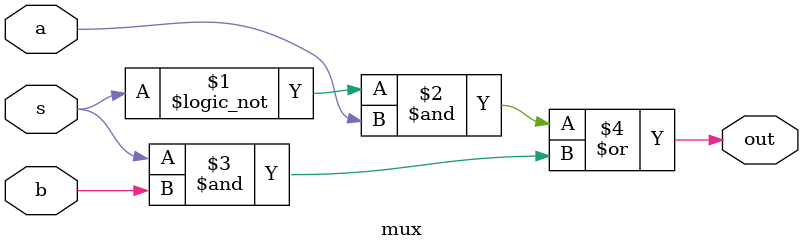
<source format=v>
module mux (a, b, s, out);
input a, b, s;
output out;
assign out = ((!s) & a) | (s & b);
endmodule
</source>
